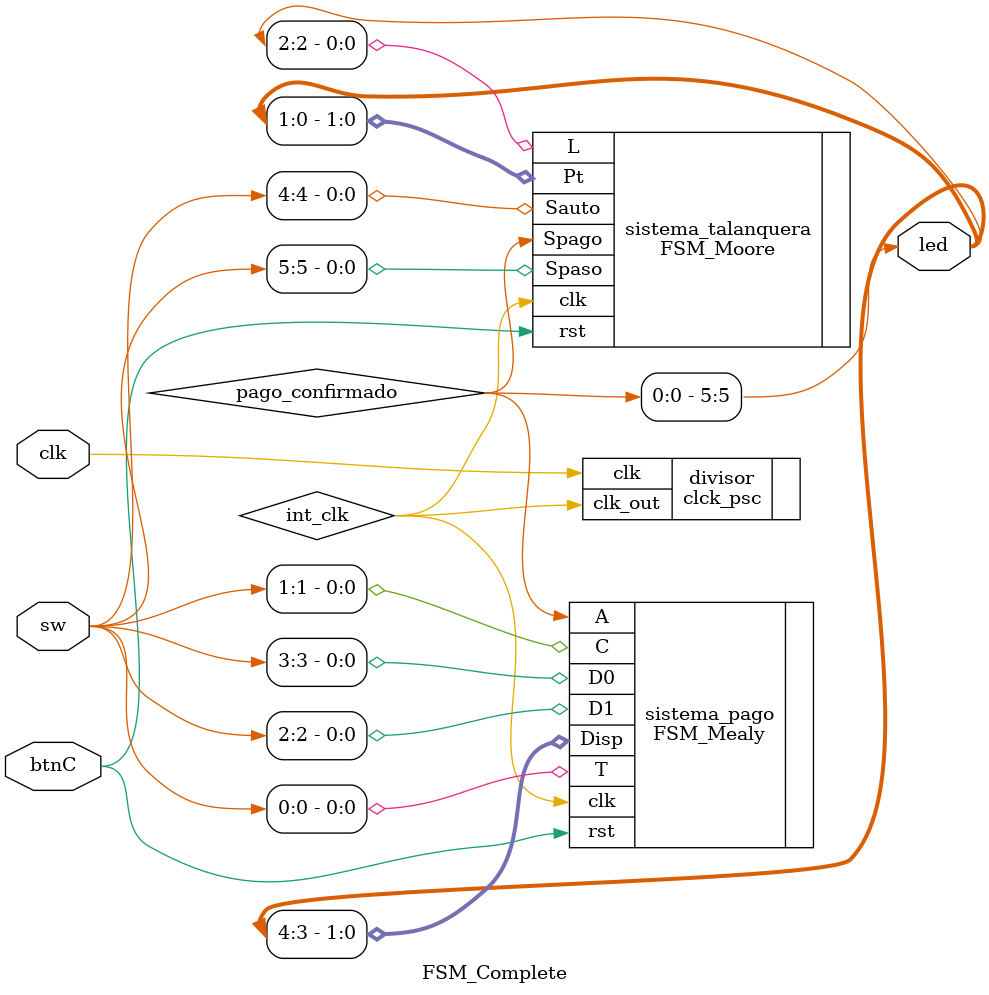
<source format=sv>
`timescale 1ns / 1ps

module FSM_Complete(
    input  logic clk,
    input  logic btnC,
    input  logic [5:0] sw,
    output logic [5:0] led
);

logic int_clk;
logic pago_confirmado;

// Divisor de reloj
clck_psc divisor (
    .clk(clk),
    .clk_out(int_clk)
);

// Máquina de pago
FSM_Mealy sistema_pago (
    .clk(int_clk),
    .rst(btnC),
    .T(sw[0]),
    .C(sw[1]),
    .D1(sw[2]),
    .D0(sw[3]),
    .A(pago_confirmado),
    .Disp(led[4:3])
);

// Máquina talanquera
FSM_Moore sistema_talanquera (
    .clk(int_clk),
    .rst(btnC),
    .Sauto(sw[4]),
    .Spago(pago_confirmado),
    .Spaso(sw[5]),
    .Pt(led[1:0]),
    .L(led[2])
);

assign led[5] = pago_confirmado;

endmodule

</source>
